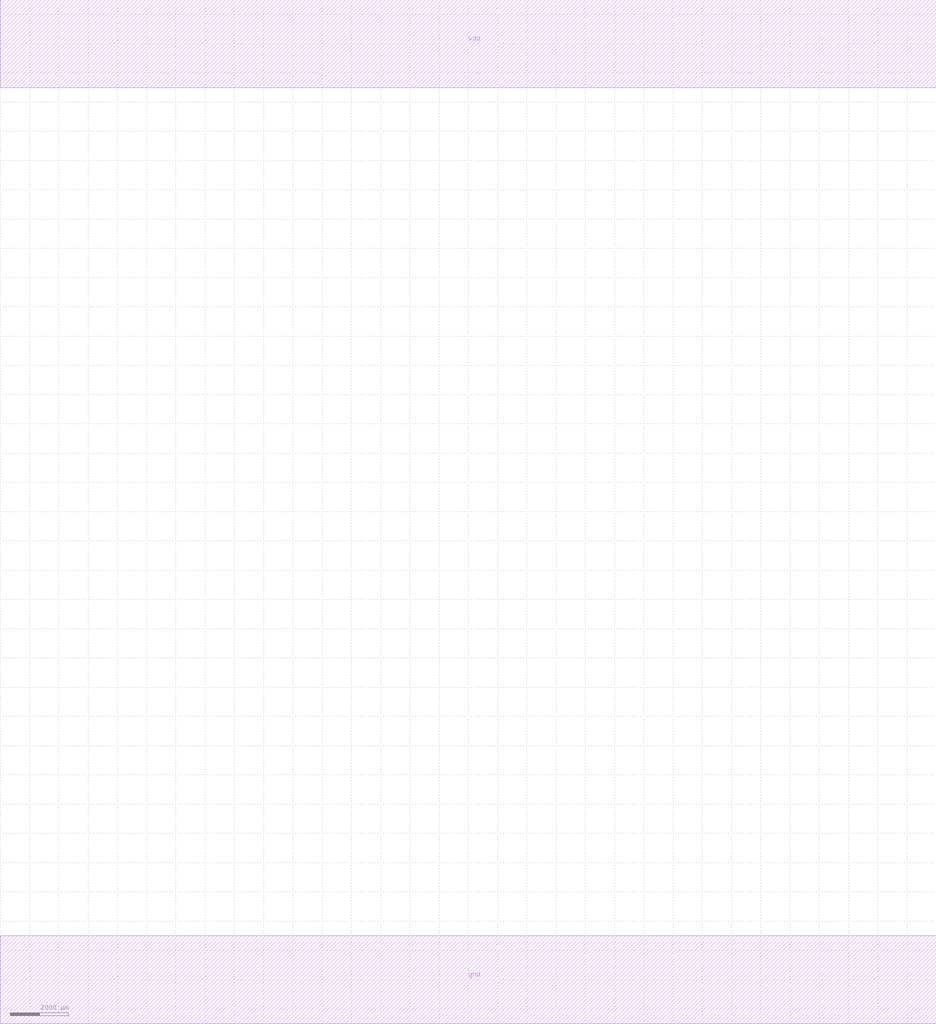
<source format=lef>
MACRO AOI21
 CLASS CORE ;
 ORIGIN 0 0 ;
 FOREIGN AOI21 0 0 ;
 SITE CORE ;
 SYMMETRY X Y R90 ;
  PIN vdd
   DIRECTION INOUT ;
   USE SIGNAL ;
   SHAPE ABUTMENT ;
    PORT
     CLASS CORE ;
       LAYER metal1 ;
        RECT 0.00000000 30500.00000000 32000.00000000 33500.00000000 ;
    END
  END vdd

  PIN gnd
   DIRECTION INOUT ;
   USE SIGNAL ;
   SHAPE ABUTMENT ;
    PORT
     CLASS CORE ;
       LAYER metal1 ;
        RECT 0.00000000 -1500.00000000 32000.00000000 1500.00000000 ;
    END
  END gnd


END AOI21

</source>
